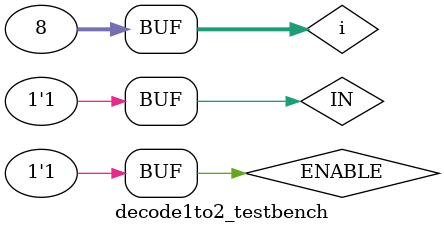
<source format=sv>
/* NAME					|	decode1to2.sv
	-------------------------------------------------------------------------------------------------
	DESCRIPTION       |  Converts 1 bit data to 2 bit data
 ---------------------------------------------------------------------------------------------------
	PARAMETERS			|	TYPE					|	DESCRIPTION					
 ---------------------------------------------------------------------------------------------------
	OUT		         |	OUTPUT [1:0]		|	2-bit interpretation of the input
	IN						|	INPUT	 				|	Data to be decoded, from 1 to 2 bit
	ENABLE				|	INPUT  				| 	Determines if the decoder is on or off
	#################################################################################################
	AUTHOR            | Minhhue H Khuu
	ASSIGNMENT			| Lab 1: Register File
	CLASS					| EE 471
	DATE					| 01/16/2015
	#################################################################################################
*/ 
module decode1to2(IN, OUT, ENABLE);
	
	// ports
	input IN;
	input ENABLE;
	output [1:0] OUT;
	
	// wires
	wire notIN;
	
	// gate logic
	not notInput (notIN, IN);
	and output0 (OUT[0], notIN, ENABLE);
	and output1 (OUT[1], IN, ENABLE);
	
endmodule


// test
module decode1to2_testbench();
	reg IN, ENABLE;
	wire [1:0] OUT;

	decode1to2 dut (.IN, .OUT, .ENABLE);

	integer i;
	initial begin
		for(i=0; i<8; i++) begin
			{IN, ENABLE} = i; #10;
		end
	end
endmodule 
</source>
